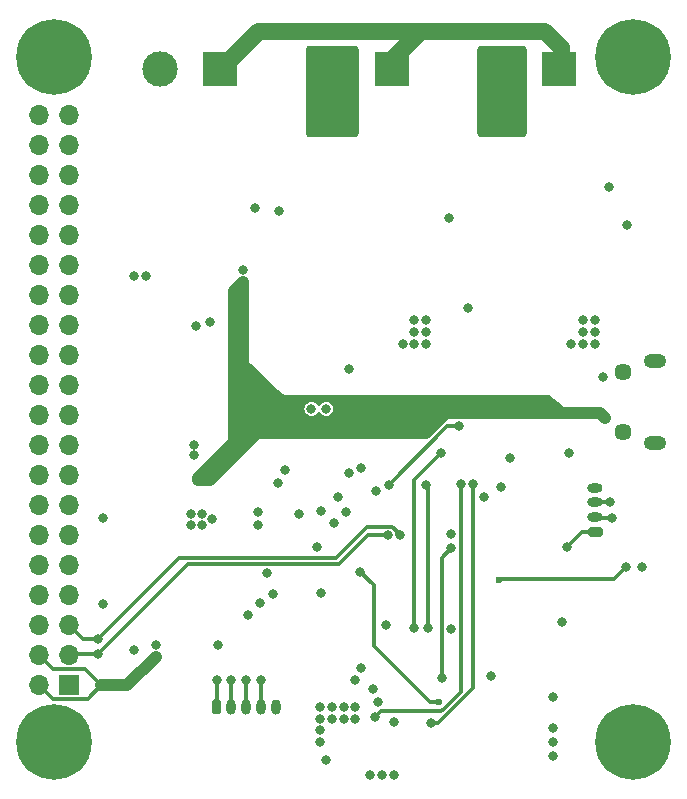
<source format=gbr>
%TF.GenerationSoftware,KiCad,Pcbnew,(5.1.7)-1*%
%TF.CreationDate,2020-11-23T19:12:34+01:00*%
%TF.ProjectId,astro_compute_board,61737472-6f5f-4636-9f6d-707574655f62,1*%
%TF.SameCoordinates,Original*%
%TF.FileFunction,Copper,L4,Bot*%
%TF.FilePolarity,Positive*%
%FSLAX46Y46*%
G04 Gerber Fmt 4.6, Leading zero omitted, Abs format (unit mm)*
G04 Created by KiCad (PCBNEW (5.1.7)-1) date 2020-11-23 19:12:34*
%MOMM*%
%LPD*%
G01*
G04 APERTURE LIST*
%TA.AperFunction,ComponentPad*%
%ADD10O,1.900000X1.200000*%
%TD*%
%TA.AperFunction,ComponentPad*%
%ADD11C,1.450000*%
%TD*%
%TA.AperFunction,ComponentPad*%
%ADD12C,0.800000*%
%TD*%
%TA.AperFunction,ComponentPad*%
%ADD13C,6.400000*%
%TD*%
%TA.AperFunction,ComponentPad*%
%ADD14O,1.300000X0.800000*%
%TD*%
%TA.AperFunction,ComponentPad*%
%ADD15O,0.800000X1.300000*%
%TD*%
%TA.AperFunction,ComponentPad*%
%ADD16C,3.000000*%
%TD*%
%TA.AperFunction,ComponentPad*%
%ADD17R,3.000000X3.000000*%
%TD*%
%TA.AperFunction,ComponentPad*%
%ADD18O,1.700000X1.700000*%
%TD*%
%TA.AperFunction,ComponentPad*%
%ADD19R,1.700000X1.700000*%
%TD*%
%TA.AperFunction,ViaPad*%
%ADD20C,0.600000*%
%TD*%
%TA.AperFunction,ViaPad*%
%ADD21C,0.800000*%
%TD*%
%TA.AperFunction,Conductor*%
%ADD22C,0.300000*%
%TD*%
%TA.AperFunction,Conductor*%
%ADD23C,1.000000*%
%TD*%
%TA.AperFunction,Conductor*%
%ADD24C,1.400000*%
%TD*%
%TA.AperFunction,Conductor*%
%ADD25C,0.254000*%
%TD*%
%TA.AperFunction,Conductor*%
%ADD26C,0.100000*%
%TD*%
G04 APERTURE END LIST*
D10*
%TO.P,J6,6*%
%TO.N,Net-(J6-Pad6)*%
X202262500Y-122350000D03*
X202262500Y-129350000D03*
D11*
X199562500Y-123350000D03*
X199562500Y-128350000D03*
%TD*%
D12*
%TO.P,H4,1*%
%TO.N,GND*%
X153122056Y-94927944D03*
X151425000Y-94225000D03*
X149727944Y-94927944D03*
X149025000Y-96625000D03*
X149727944Y-98322056D03*
X151425000Y-99025000D03*
X153122056Y-98322056D03*
X153825000Y-96625000D03*
D13*
X151425000Y-96625000D03*
%TD*%
D12*
%TO.P,H3,1*%
%TO.N,GND*%
X153122056Y-152952944D03*
X151425000Y-152250000D03*
X149727944Y-152952944D03*
X149025000Y-154650000D03*
X149727944Y-156347056D03*
X151425000Y-157050000D03*
X153122056Y-156347056D03*
X153825000Y-154650000D03*
D13*
X151425000Y-154650000D03*
%TD*%
D12*
%TO.P,H2,1*%
%TO.N,GND*%
X202122056Y-152952944D03*
X200425000Y-152250000D03*
X198727944Y-152952944D03*
X198025000Y-154650000D03*
X198727944Y-156347056D03*
X200425000Y-157050000D03*
X202122056Y-156347056D03*
X202825000Y-154650000D03*
D13*
X200425000Y-154650000D03*
%TD*%
D12*
%TO.P,H1,1*%
%TO.N,GND*%
X202122056Y-94927944D03*
X200425000Y-94225000D03*
X198727944Y-94927944D03*
X198025000Y-96625000D03*
X198727944Y-98322056D03*
X200425000Y-99025000D03*
X202122056Y-98322056D03*
X202825000Y-96625000D03*
D13*
X200425000Y-96625000D03*
%TD*%
D14*
%TO.P,USART1,4*%
%TO.N,GND*%
X197225000Y-133100000D03*
%TO.P,USART1,3*%
%TO.N,Net-(R13-Pad1)*%
X197225000Y-134350000D03*
%TO.P,USART1,2*%
%TO.N,Net-(R12-Pad1)*%
X197225000Y-135600000D03*
%TO.P,USART1,1*%
%TO.N,+3V3*%
%TA.AperFunction,ComponentPad*%
G36*
G01*
X197675000Y-137250000D02*
X196775000Y-137250000D01*
G75*
G02*
X196575000Y-137050000I0J200000D01*
G01*
X196575000Y-136650000D01*
G75*
G02*
X196775000Y-136450000I200000J0D01*
G01*
X197675000Y-136450000D01*
G75*
G02*
X197875000Y-136650000I0J-200000D01*
G01*
X197875000Y-137050000D01*
G75*
G02*
X197675000Y-137250000I-200000J0D01*
G01*
G37*
%TD.AperFunction*%
%TD*%
D15*
%TO.P,ADC,5*%
%TO.N,GND*%
X170175000Y-151650000D03*
%TO.P,ADC,4*%
%TO.N,ADC1_IN2*%
X168925000Y-151650000D03*
%TO.P,ADC,3*%
%TO.N,ADC1_IN1*%
X167675000Y-151650000D03*
%TO.P,ADC,2*%
%TO.N,ADC1_IN0*%
X166425000Y-151650000D03*
%TO.P,ADC,1*%
%TO.N,+3.3VA*%
%TA.AperFunction,ComponentPad*%
G36*
G01*
X164775000Y-152100000D02*
X164775000Y-151200000D01*
G75*
G02*
X164975000Y-151000000I200000J0D01*
G01*
X165375000Y-151000000D01*
G75*
G02*
X165575000Y-151200000I0J-200000D01*
G01*
X165575000Y-152100000D01*
G75*
G02*
X165375000Y-152300000I-200000J0D01*
G01*
X164975000Y-152300000D01*
G75*
G02*
X164775000Y-152100000I0J200000D01*
G01*
G37*
%TD.AperFunction*%
%TD*%
D16*
%TO.P,J9,2*%
%TO.N,GND*%
X160345000Y-97650000D03*
D17*
%TO.P,J9,1*%
%TO.N,+12V*%
X165425000Y-97650000D03*
%TD*%
D18*
%TO.P,J8,40*%
%TO.N,Net-(J8-Pad40)*%
X150135000Y-101510000D03*
%TO.P,J8,39*%
%TO.N,GND*%
X152675000Y-101510000D03*
%TO.P,J8,38*%
%TO.N,Net-(J8-Pad38)*%
X150135000Y-104050000D03*
%TO.P,J8,37*%
%TO.N,Net-(J8-Pad37)*%
X152675000Y-104050000D03*
%TO.P,J8,36*%
%TO.N,Net-(J8-Pad36)*%
X150135000Y-106590000D03*
%TO.P,J8,35*%
%TO.N,Net-(J8-Pad35)*%
X152675000Y-106590000D03*
%TO.P,J8,34*%
%TO.N,GND*%
X150135000Y-109130000D03*
%TO.P,J8,33*%
%TO.N,Net-(J8-Pad33)*%
X152675000Y-109130000D03*
%TO.P,J8,32*%
%TO.N,Net-(J8-Pad32)*%
X150135000Y-111670000D03*
%TO.P,J8,31*%
%TO.N,Net-(J8-Pad31)*%
X152675000Y-111670000D03*
%TO.P,J8,30*%
%TO.N,GND*%
X150135000Y-114210000D03*
%TO.P,J8,29*%
%TO.N,Net-(J8-Pad29)*%
X152675000Y-114210000D03*
%TO.P,J8,28*%
%TO.N,Net-(J8-Pad28)*%
X150135000Y-116750000D03*
%TO.P,J8,27*%
%TO.N,Net-(J8-Pad27)*%
X152675000Y-116750000D03*
%TO.P,J8,26*%
%TO.N,Net-(J8-Pad26)*%
X150135000Y-119290000D03*
%TO.P,J8,25*%
%TO.N,GND*%
X152675000Y-119290000D03*
%TO.P,J8,24*%
%TO.N,Net-(J8-Pad24)*%
X150135000Y-121830000D03*
%TO.P,J8,23*%
%TO.N,Net-(J8-Pad23)*%
X152675000Y-121830000D03*
%TO.P,J8,22*%
%TO.N,Net-(J8-Pad22)*%
X150135000Y-124370000D03*
%TO.P,J8,21*%
%TO.N,Net-(J8-Pad21)*%
X152675000Y-124370000D03*
%TO.P,J8,20*%
%TO.N,GND*%
X150135000Y-126910000D03*
%TO.P,J8,19*%
%TO.N,Net-(J8-Pad19)*%
X152675000Y-126910000D03*
%TO.P,J8,18*%
%TO.N,Net-(J8-Pad18)*%
X150135000Y-129450000D03*
%TO.P,J8,17*%
%TO.N,+3V3*%
X152675000Y-129450000D03*
%TO.P,J8,16*%
%TO.N,Net-(J8-Pad16)*%
X150135000Y-131990000D03*
%TO.P,J8,15*%
%TO.N,Net-(J8-Pad15)*%
X152675000Y-131990000D03*
%TO.P,J8,14*%
%TO.N,GND*%
X150135000Y-134530000D03*
%TO.P,J8,13*%
%TO.N,Net-(J8-Pad13)*%
X152675000Y-134530000D03*
%TO.P,J8,12*%
%TO.N,Net-(J8-Pad12)*%
X150135000Y-137070000D03*
%TO.P,J8,11*%
%TO.N,Net-(J8-Pad11)*%
X152675000Y-137070000D03*
%TO.P,J8,10*%
%TO.N,Net-(J8-Pad10)*%
X150135000Y-139610000D03*
%TO.P,J8,9*%
%TO.N,GND*%
X152675000Y-139610000D03*
%TO.P,J8,8*%
%TO.N,Net-(J8-Pad8)*%
X150135000Y-142150000D03*
%TO.P,J8,7*%
%TO.N,Net-(J8-Pad7)*%
X152675000Y-142150000D03*
%TO.P,J8,6*%
%TO.N,GND*%
X150135000Y-144690000D03*
%TO.P,J8,5*%
%TO.N,I2C1_SCL*%
X152675000Y-144690000D03*
%TO.P,J8,4*%
%TO.N,+5V*%
X150135000Y-147230000D03*
%TO.P,J8,3*%
%TO.N,I2C1_SDA*%
X152675000Y-147230000D03*
%TO.P,J8,2*%
%TO.N,+5V*%
X150135000Y-149770000D03*
D19*
%TO.P,J8,1*%
%TO.N,+3V3*%
X152675000Y-149770000D03*
%TD*%
D16*
%TO.P,Heater2,2*%
%TO.N,Net-(Heater2-Pad2)*%
X174945000Y-97650000D03*
D17*
%TO.P,Heater2,1*%
%TO.N,+12V*%
X180025000Y-97650000D03*
%TD*%
D16*
%TO.P,Heater1,2*%
%TO.N,Net-(Heater1-Pad2)*%
X189095000Y-97640000D03*
D17*
%TO.P,Heater1,1*%
%TO.N,+12V*%
X194175000Y-97640000D03*
%TD*%
D20*
%TO.N,GPIO_01*%
X189095000Y-140900000D03*
D21*
%TO.N,Net-(R12-Pad1)*%
X198625000Y-135650000D03*
%TO.N,Net-(R13-Pad1)*%
X198525000Y-134350000D03*
%TO.N,+5V*%
X198045000Y-127200000D03*
%TO.N,GND*%
X197925000Y-123750000D03*
X164625000Y-119050000D03*
%TO.N,+3V3*%
X201225000Y-139850000D03*
X185025000Y-145050000D03*
%TO.N,GND*%
X193625000Y-154650000D03*
%TO.N,+3V3*%
X193625000Y-155850000D03*
%TO.N,SWDIO*%
X185025000Y-138250000D03*
%TO.N,GND*%
X187825000Y-133850000D03*
%TO.N,+3V3*%
X190025000Y-130550000D03*
%TO.N,+5V*%
X160025000Y-146450000D03*
X160025000Y-147450000D03*
%TO.N,+3V3*%
X178825000Y-151250000D03*
X179535000Y-144720000D03*
X174425000Y-156150000D03*
%TO.N,I2C1_SDA*%
X179675000Y-137150000D03*
%TO.N,I2C1_SCL*%
X180675000Y-137150000D03*
%TO.N,+3V3*%
X173175000Y-126400000D03*
%TO.N,GND*%
X170425000Y-109650000D03*
X186425000Y-117900000D03*
%TO.N,+3V3*%
X199925000Y-110900000D03*
%TO.N,GND*%
X198425000Y-107650000D03*
%TO.N,BOOT0*%
X179746000Y-132869500D03*
%TO.N,TEMP_ALERT*%
X185842000Y-132806000D03*
%TO.N,SWCLCK*%
X186921500Y-132806000D03*
%TO.N,NRST*%
X177333000Y-140235500D03*
%TO.N,+3V3*%
X165331500Y-146458500D03*
%TO.N,GND*%
X168887500Y-142902500D03*
%TO.N,PWM_B2*%
X183048000Y-144998000D03*
%TO.N,PWM_A2*%
X181905000Y-144998000D03*
%TO.N,GND*%
X163225000Y-129450000D03*
X163225000Y-130350000D03*
X168665000Y-135150000D03*
X168685000Y-136250000D03*
X169967000Y-142077000D03*
X169459000Y-140299000D03*
X173713500Y-138140000D03*
X167808000Y-143918500D03*
X158156000Y-146839500D03*
X155552500Y-142966000D03*
X155552500Y-135663500D03*
X172189500Y-135346000D03*
X174031000Y-135092000D03*
X170983000Y-131599500D03*
X170348000Y-132679000D03*
X180925000Y-120900000D03*
X181925000Y-120900000D03*
X181925000Y-119900000D03*
X181925000Y-118900000D03*
X182925000Y-120900000D03*
X182925000Y-119900000D03*
X182925000Y-118900000D03*
X195175000Y-120900000D03*
X196175000Y-119900000D03*
X197175000Y-120900000D03*
X196175000Y-120900000D03*
X197175000Y-119900000D03*
X196175000Y-118900000D03*
X197175000Y-118900000D03*
X168425000Y-109400000D03*
X159175000Y-115150000D03*
X158175000Y-115150000D03*
X176425000Y-131900000D03*
X177425000Y-131400000D03*
X176175000Y-135150000D03*
X177425000Y-148400000D03*
X178425000Y-150150000D03*
X176925000Y-149400000D03*
X180175000Y-152900000D03*
X173925000Y-151650000D03*
X174925000Y-151650000D03*
X175925000Y-151650000D03*
X176925000Y-151650000D03*
X173925000Y-152650000D03*
X174925000Y-152650000D03*
X175925000Y-152650000D03*
X176925000Y-152650000D03*
X173925000Y-153650000D03*
X173925000Y-154650000D03*
X195025000Y-130150000D03*
X189225000Y-133050000D03*
X193625000Y-153450000D03*
X193625000Y-150850000D03*
X188425000Y-149050000D03*
X194425000Y-144450000D03*
X184825000Y-110250000D03*
X174015000Y-142020000D03*
X163425000Y-119450000D03*
X176425000Y-123050000D03*
X178175000Y-157400000D03*
X179175000Y-157400000D03*
X180175000Y-157400000D03*
%TO.N,+3V3*%
X163025000Y-136250000D03*
X163925000Y-136250000D03*
X163025000Y-135350000D03*
X163925000Y-135350000D03*
X175110500Y-136108000D03*
X174425000Y-126400000D03*
X175425000Y-133900000D03*
X178675000Y-133400000D03*
X185025000Y-137050000D03*
X194825000Y-138150000D03*
X164795000Y-135760000D03*
%TO.N,+3.3VA*%
X165175000Y-149400000D03*
%TO.N,+5V*%
X164625000Y-131250000D03*
X164625000Y-132450000D03*
X163625000Y-132450000D03*
X167375000Y-114700000D03*
X167375000Y-115700000D03*
X155465000Y-149840000D03*
%TO.N,+12V*%
X169425000Y-94350000D03*
X170925000Y-94350000D03*
X183875000Y-94400000D03*
X185375000Y-94400000D03*
%TO.N,GPIO_01*%
X199825000Y-139850000D03*
%TO.N,Net-(Heater1-Pad2)*%
X188425000Y-102650000D03*
X188425000Y-101650000D03*
X189425000Y-101650000D03*
X190425000Y-101650000D03*
X190425000Y-102650000D03*
X189425000Y-102650000D03*
%TO.N,Net-(Heater2-Pad2)*%
X173925000Y-102650000D03*
X174925000Y-102650000D03*
X175925000Y-102650000D03*
X173925000Y-101650000D03*
X174925000Y-101650000D03*
X175925000Y-101650000D03*
%TO.N,I2C1_SCL*%
X155175000Y-145900000D03*
%TO.N,I2C1_SDA*%
X155175000Y-147150000D03*
%TO.N,ADC1_IN2*%
X168925000Y-149350000D03*
%TO.N,ADC1_IN1*%
X167675000Y-149350000D03*
%TO.N,ADC1_IN0*%
X166425000Y-149350000D03*
%TO.N,BOOT0*%
X185675000Y-127900000D03*
%TO.N,SWDIO*%
X184225000Y-149250000D03*
%TO.N,SWCLCK*%
X183365500Y-153062500D03*
D20*
%TO.N,NRST*%
X184005000Y-151250000D03*
D21*
%TO.N,TEMP_ALERT*%
X178603000Y-152554500D03*
%TO.N,PWM_B2*%
X182925000Y-132850000D03*
%TO.N,PWM_A2*%
X184191000Y-130202500D03*
%TD*%
D22*
%TO.N,+3V3*%
X196125000Y-136850000D02*
X194825000Y-138150000D01*
X197225000Y-136850000D02*
X196125000Y-136850000D01*
%TO.N,+3.3VA*%
X165175000Y-149400000D02*
X165175000Y-151650000D01*
D23*
%TO.N,+5V*%
X160025000Y-147450000D02*
X157625000Y-149850000D01*
X157625000Y-149850000D02*
X155425000Y-149850000D01*
D22*
X151335001Y-150970001D02*
X150135000Y-149770000D01*
X154304999Y-150970001D02*
X151335001Y-150970001D01*
X155425000Y-149850000D02*
X154304999Y-150970001D01*
D23*
X167375000Y-115700000D02*
X167375000Y-128500000D01*
X164625000Y-131250000D02*
X164625000Y-132450000D01*
X163625000Y-132450000D02*
X164625000Y-132450000D01*
X163625000Y-132250000D02*
X164625000Y-131250000D01*
X163625000Y-132450000D02*
X163625000Y-132250000D01*
X197644999Y-126799999D02*
X198045000Y-127200000D01*
X184613407Y-126799999D02*
X197644999Y-126799999D01*
X182913406Y-128500000D02*
X184613407Y-126799999D01*
D22*
X154005001Y-148430001D02*
X155425000Y-149850000D01*
X151335001Y-148430001D02*
X154005001Y-148430001D01*
X150135000Y-147230000D02*
X151335001Y-148430001D01*
D23*
X168575000Y-128500000D02*
X168845000Y-128500000D01*
X164625000Y-132450000D02*
X168575000Y-128500000D01*
X168845000Y-128500000D02*
X182913406Y-128500000D01*
X167375000Y-128500000D02*
X168845000Y-128500000D01*
X166625000Y-116450000D02*
X167375000Y-115700000D01*
X166625000Y-129250000D02*
X166625000Y-116450000D01*
X167375000Y-128500000D02*
X166625000Y-129250000D01*
X166625000Y-129250000D02*
X164625000Y-131250000D01*
D24*
%TO.N,+12V*%
X194325000Y-97650000D02*
X194325000Y-95800000D01*
X194325000Y-95800000D02*
X192925000Y-94400000D01*
X168675000Y-94400000D02*
X165425000Y-97650000D01*
X180025000Y-96800000D02*
X182425000Y-94400000D01*
X180025000Y-97650000D02*
X180025000Y-96800000D01*
X182425000Y-94400000D02*
X168675000Y-94400000D01*
X192925000Y-94400000D02*
X185375000Y-94400000D01*
X183875000Y-94400000D02*
X182425000Y-94400000D01*
X185375000Y-94400000D02*
X183875000Y-94400000D01*
D22*
%TO.N,GPIO_01*%
X198825000Y-140850000D02*
X199825000Y-139850000D01*
X189145000Y-140850000D02*
X189095000Y-140900000D01*
X198825000Y-140850000D02*
X189145000Y-140850000D01*
%TO.N,I2C1_SCL*%
X177925001Y-136399999D02*
X175276011Y-139048989D01*
X180035001Y-136399999D02*
X177925001Y-136399999D01*
X180425001Y-136789999D02*
X180035001Y-136399999D01*
X180425001Y-136900001D02*
X180425001Y-136789999D01*
X180675000Y-137150000D02*
X180425001Y-136900001D01*
X162026011Y-139048989D02*
X155175000Y-145900000D01*
X175276011Y-139048989D02*
X162026011Y-139048989D01*
X153885000Y-145900000D02*
X152675000Y-144690000D01*
X155175000Y-145900000D02*
X153885000Y-145900000D01*
%TO.N,I2C1_SDA*%
X162776001Y-139548999D02*
X175573999Y-139548999D01*
X155175000Y-147150000D02*
X162776001Y-139548999D01*
X177972998Y-137150000D02*
X175573999Y-139548999D01*
X179675000Y-137150000D02*
X177972998Y-137150000D01*
X152755000Y-147150000D02*
X152675000Y-147230000D01*
X155175000Y-147150000D02*
X152755000Y-147150000D01*
%TO.N,ADC1_IN2*%
X168925000Y-149350000D02*
X168925000Y-151650000D01*
%TO.N,ADC1_IN1*%
X167675000Y-149350000D02*
X167675000Y-151650000D01*
%TO.N,ADC1_IN0*%
X166425000Y-149350000D02*
X166425000Y-151650000D01*
%TO.N,BOOT0*%
X184715500Y-127900000D02*
X185675000Y-127900000D01*
X179746000Y-132869500D02*
X184715500Y-127900000D01*
%TO.N,Net-(R12-Pad1)*%
X197275000Y-135650000D02*
X197225000Y-135600000D01*
X198625000Y-135650000D02*
X197275000Y-135650000D01*
%TO.N,Net-(R13-Pad1)*%
X198525000Y-134350000D02*
X197225000Y-134350000D01*
%TO.N,SWDIO*%
X184825000Y-138450000D02*
X185025000Y-138250000D01*
X184225000Y-139050000D02*
X185025000Y-138250000D01*
X184225000Y-149250000D02*
X184225000Y-139050000D01*
%TO.N,SWCLCK*%
X186921500Y-150072185D02*
X186921500Y-132806000D01*
X183931185Y-153062500D02*
X186921500Y-150072185D01*
X183365500Y-153062500D02*
X183931185Y-153062500D01*
%TO.N,NRST*%
X178476000Y-141378500D02*
X177333000Y-140235500D01*
X178476000Y-146501000D02*
X178476000Y-141378500D01*
X183225000Y-151250000D02*
X178476000Y-146501000D01*
X184025000Y-151250000D02*
X184005000Y-151250000D01*
X184005000Y-151250000D02*
X183225000Y-151250000D01*
%TO.N,TEMP_ALERT*%
X185842000Y-150433000D02*
X185842000Y-149667000D01*
X184394002Y-151850000D02*
X184425000Y-151850000D01*
X184209501Y-152034501D02*
X184394002Y-151850000D01*
X179122999Y-152034501D02*
X184209501Y-152034501D01*
X184425000Y-151850000D02*
X185842000Y-150433000D01*
X185842000Y-149667000D02*
X185842000Y-132806000D01*
X178603000Y-152554500D02*
X179122999Y-152034501D01*
X185842000Y-149918002D02*
X185842000Y-149667000D01*
%TO.N,PWM_B2*%
X183048000Y-132973000D02*
X182925000Y-132850000D01*
X183048000Y-144998000D02*
X183048000Y-132973000D01*
%TO.N,PWM_A2*%
X181905000Y-132488500D02*
X184191000Y-130202500D01*
X181905000Y-134012500D02*
X181905000Y-132488500D01*
X181905000Y-144998000D02*
X181905000Y-134012500D01*
X181905000Y-134012500D02*
X181905000Y-133822000D01*
%TD*%
D25*
%TO.N,Net-(Heater2-Pad2)*%
X176858871Y-95791866D02*
X176934533Y-95830418D01*
X176994582Y-95890467D01*
X177033134Y-95966129D01*
X177048000Y-96059992D01*
X177048000Y-102990008D01*
X177033134Y-103083871D01*
X176994582Y-103159533D01*
X176934533Y-103219582D01*
X176858871Y-103258134D01*
X176765008Y-103273000D01*
X173084992Y-103273000D01*
X172991129Y-103258134D01*
X172915467Y-103219582D01*
X172855418Y-103159533D01*
X172816866Y-103083871D01*
X172802000Y-102990008D01*
X172802000Y-96059992D01*
X172816866Y-95966129D01*
X172855418Y-95890467D01*
X172915467Y-95830418D01*
X172991129Y-95791866D01*
X173084992Y-95777000D01*
X176765008Y-95777000D01*
X176858871Y-95791866D01*
%TA.AperFunction,Conductor*%
D26*
G36*
X176858871Y-95791866D02*
G01*
X176934533Y-95830418D01*
X176994582Y-95890467D01*
X177033134Y-95966129D01*
X177048000Y-96059992D01*
X177048000Y-102990008D01*
X177033134Y-103083871D01*
X176994582Y-103159533D01*
X176934533Y-103219582D01*
X176858871Y-103258134D01*
X176765008Y-103273000D01*
X173084992Y-103273000D01*
X172991129Y-103258134D01*
X172915467Y-103219582D01*
X172855418Y-103159533D01*
X172816866Y-103083871D01*
X172802000Y-102990008D01*
X172802000Y-96059992D01*
X172816866Y-95966129D01*
X172855418Y-95890467D01*
X172915467Y-95830418D01*
X172991129Y-95791866D01*
X173084992Y-95777000D01*
X176765008Y-95777000D01*
X176858871Y-95791866D01*
G37*
%TD.AperFunction*%
%TD*%
D25*
%TO.N,Net-(Heater1-Pad2)*%
X191108871Y-95791866D02*
X191184533Y-95830418D01*
X191244582Y-95890467D01*
X191283134Y-95966129D01*
X191298000Y-96059992D01*
X191298000Y-102990008D01*
X191283134Y-103083871D01*
X191244582Y-103159533D01*
X191184533Y-103219582D01*
X191108871Y-103258134D01*
X191015008Y-103273000D01*
X187584992Y-103273000D01*
X187491129Y-103258134D01*
X187415467Y-103219582D01*
X187355418Y-103159533D01*
X187316866Y-103083871D01*
X187302000Y-102990008D01*
X187302000Y-96059992D01*
X187316866Y-95966129D01*
X187355418Y-95890467D01*
X187415467Y-95830418D01*
X187491129Y-95791866D01*
X187584992Y-95777000D01*
X191015008Y-95777000D01*
X191108871Y-95791866D01*
%TA.AperFunction,Conductor*%
D26*
G36*
X191108871Y-95791866D02*
G01*
X191184533Y-95830418D01*
X191244582Y-95890467D01*
X191283134Y-95966129D01*
X191298000Y-96059992D01*
X191298000Y-102990008D01*
X191283134Y-103083871D01*
X191244582Y-103159533D01*
X191184533Y-103219582D01*
X191108871Y-103258134D01*
X191015008Y-103273000D01*
X187584992Y-103273000D01*
X187491129Y-103258134D01*
X187415467Y-103219582D01*
X187355418Y-103159533D01*
X187316866Y-103083871D01*
X187302000Y-102990008D01*
X187302000Y-96059992D01*
X187316866Y-95966129D01*
X187355418Y-95890467D01*
X187415467Y-95830418D01*
X187491129Y-95791866D01*
X187584992Y-95777000D01*
X191015008Y-95777000D01*
X191108871Y-95791866D01*
G37*
%TD.AperFunction*%
%TD*%
D25*
%TO.N,+5V*%
X167947198Y-122678832D02*
X168028962Y-122735590D01*
X170530016Y-125167808D01*
X170549108Y-125183090D01*
X170677485Y-125266940D01*
X170699563Y-125278446D01*
X170722592Y-125285256D01*
X170873083Y-125314645D01*
X170897425Y-125317000D01*
X193169870Y-125317000D01*
X193272766Y-125334972D01*
X193363478Y-125386759D01*
X194311472Y-126171817D01*
X194372849Y-126240886D01*
X194406609Y-126316242D01*
X194416156Y-126398253D01*
X194400609Y-126479346D01*
X194361406Y-126552019D01*
X194302175Y-126609543D01*
X194228390Y-126646604D01*
X194137175Y-126661342D01*
X184772696Y-126731884D01*
X184750236Y-126734057D01*
X184611083Y-126760162D01*
X184587182Y-126767129D01*
X184569066Y-126776139D01*
X184447724Y-126849085D01*
X184429494Y-126862383D01*
X182652126Y-128418685D01*
X182559737Y-128474152D01*
X182453788Y-128493836D01*
X167641994Y-128570781D01*
X167545608Y-128555607D01*
X167468241Y-128515446D01*
X167407601Y-128452824D01*
X167369948Y-128374205D01*
X167357881Y-128277382D01*
X167430713Y-126328397D01*
X172448000Y-126328397D01*
X172448000Y-126471603D01*
X172475938Y-126612058D01*
X172530741Y-126744364D01*
X172610302Y-126863436D01*
X172711564Y-126964698D01*
X172830636Y-127044259D01*
X172962942Y-127099062D01*
X173103397Y-127127000D01*
X173246603Y-127127000D01*
X173387058Y-127099062D01*
X173519364Y-127044259D01*
X173638436Y-126964698D01*
X173739698Y-126863436D01*
X173800000Y-126773187D01*
X173860302Y-126863436D01*
X173961564Y-126964698D01*
X174080636Y-127044259D01*
X174212942Y-127099062D01*
X174353397Y-127127000D01*
X174496603Y-127127000D01*
X174637058Y-127099062D01*
X174769364Y-127044259D01*
X174888436Y-126964698D01*
X174989698Y-126863436D01*
X175069259Y-126744364D01*
X175124062Y-126612058D01*
X175152000Y-126471603D01*
X175152000Y-126328397D01*
X175124062Y-126187942D01*
X175069259Y-126055636D01*
X174989698Y-125936564D01*
X174888436Y-125835302D01*
X174769364Y-125755741D01*
X174637058Y-125700938D01*
X174496603Y-125673000D01*
X174353397Y-125673000D01*
X174212942Y-125700938D01*
X174080636Y-125755741D01*
X173961564Y-125835302D01*
X173860302Y-125936564D01*
X173800000Y-126026813D01*
X173739698Y-125936564D01*
X173638436Y-125835302D01*
X173519364Y-125755741D01*
X173387058Y-125700938D01*
X173246603Y-125673000D01*
X173103397Y-125673000D01*
X172962942Y-125700938D01*
X172830636Y-125755741D01*
X172711564Y-125835302D01*
X172610302Y-125936564D01*
X172530741Y-126055636D01*
X172475938Y-126187942D01*
X172448000Y-126328397D01*
X167430713Y-126328397D01*
X167557923Y-122924280D01*
X167577891Y-122826764D01*
X167622937Y-122750106D01*
X167690350Y-122692130D01*
X167772890Y-122659067D01*
X167861684Y-122654470D01*
X167947198Y-122678832D01*
%TA.AperFunction,Conductor*%
D26*
G36*
X167947198Y-122678832D02*
G01*
X168028962Y-122735590D01*
X170530016Y-125167808D01*
X170549108Y-125183090D01*
X170677485Y-125266940D01*
X170699563Y-125278446D01*
X170722592Y-125285256D01*
X170873083Y-125314645D01*
X170897425Y-125317000D01*
X193169870Y-125317000D01*
X193272766Y-125334972D01*
X193363478Y-125386759D01*
X194311472Y-126171817D01*
X194372849Y-126240886D01*
X194406609Y-126316242D01*
X194416156Y-126398253D01*
X194400609Y-126479346D01*
X194361406Y-126552019D01*
X194302175Y-126609543D01*
X194228390Y-126646604D01*
X194137175Y-126661342D01*
X184772696Y-126731884D01*
X184750236Y-126734057D01*
X184611083Y-126760162D01*
X184587182Y-126767129D01*
X184569066Y-126776139D01*
X184447724Y-126849085D01*
X184429494Y-126862383D01*
X182652126Y-128418685D01*
X182559737Y-128474152D01*
X182453788Y-128493836D01*
X167641994Y-128570781D01*
X167545608Y-128555607D01*
X167468241Y-128515446D01*
X167407601Y-128452824D01*
X167369948Y-128374205D01*
X167357881Y-128277382D01*
X167430713Y-126328397D01*
X172448000Y-126328397D01*
X172448000Y-126471603D01*
X172475938Y-126612058D01*
X172530741Y-126744364D01*
X172610302Y-126863436D01*
X172711564Y-126964698D01*
X172830636Y-127044259D01*
X172962942Y-127099062D01*
X173103397Y-127127000D01*
X173246603Y-127127000D01*
X173387058Y-127099062D01*
X173519364Y-127044259D01*
X173638436Y-126964698D01*
X173739698Y-126863436D01*
X173800000Y-126773187D01*
X173860302Y-126863436D01*
X173961564Y-126964698D01*
X174080636Y-127044259D01*
X174212942Y-127099062D01*
X174353397Y-127127000D01*
X174496603Y-127127000D01*
X174637058Y-127099062D01*
X174769364Y-127044259D01*
X174888436Y-126964698D01*
X174989698Y-126863436D01*
X175069259Y-126744364D01*
X175124062Y-126612058D01*
X175152000Y-126471603D01*
X175152000Y-126328397D01*
X175124062Y-126187942D01*
X175069259Y-126055636D01*
X174989698Y-125936564D01*
X174888436Y-125835302D01*
X174769364Y-125755741D01*
X174637058Y-125700938D01*
X174496603Y-125673000D01*
X174353397Y-125673000D01*
X174212942Y-125700938D01*
X174080636Y-125755741D01*
X173961564Y-125835302D01*
X173860302Y-125936564D01*
X173800000Y-126026813D01*
X173739698Y-125936564D01*
X173638436Y-125835302D01*
X173519364Y-125755741D01*
X173387058Y-125700938D01*
X173246603Y-125673000D01*
X173103397Y-125673000D01*
X172962942Y-125700938D01*
X172830636Y-125755741D01*
X172711564Y-125835302D01*
X172610302Y-125936564D01*
X172530741Y-126055636D01*
X172475938Y-126187942D01*
X172448000Y-126328397D01*
X167430713Y-126328397D01*
X167557923Y-122924280D01*
X167577891Y-122826764D01*
X167622937Y-122750106D01*
X167690350Y-122692130D01*
X167772890Y-122659067D01*
X167861684Y-122654470D01*
X167947198Y-122678832D01*
G37*
%TD.AperFunction*%
%TD*%
M02*

</source>
